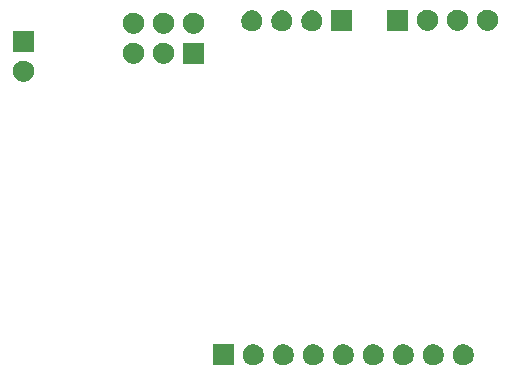
<source format=gbs>
G04 #@! TF.GenerationSoftware,KiCad,Pcbnew,(5.1.5)-3*
G04 #@! TF.CreationDate,2020-12-01T08:46:11+03:00*
G04 #@! TF.ProjectId,project3_4layer,70726f6a-6563-4743-935f-346c61796572,1*
G04 #@! TF.SameCoordinates,Original*
G04 #@! TF.FileFunction,Soldermask,Bot*
G04 #@! TF.FilePolarity,Negative*
%FSLAX46Y46*%
G04 Gerber Fmt 4.6, Leading zero omitted, Abs format (unit mm)*
G04 Created by KiCad (PCBNEW (5.1.5)-3) date 2020-12-01 08:46:11*
%MOMM*%
%LPD*%
G04 APERTURE LIST*
%ADD10C,0.100000*%
G04 APERTURE END LIST*
D10*
G36*
X134343512Y-151387927D02*
G01*
X134492812Y-151417624D01*
X134656784Y-151485544D01*
X134804354Y-151584147D01*
X134929853Y-151709646D01*
X135028456Y-151857216D01*
X135096376Y-152021188D01*
X135131000Y-152195259D01*
X135131000Y-152372741D01*
X135096376Y-152546812D01*
X135028456Y-152710784D01*
X134929853Y-152858354D01*
X134804354Y-152983853D01*
X134656784Y-153082456D01*
X134492812Y-153150376D01*
X134343512Y-153180073D01*
X134318742Y-153185000D01*
X134141258Y-153185000D01*
X134116488Y-153180073D01*
X133967188Y-153150376D01*
X133803216Y-153082456D01*
X133655646Y-152983853D01*
X133530147Y-152858354D01*
X133431544Y-152710784D01*
X133363624Y-152546812D01*
X133329000Y-152372741D01*
X133329000Y-152195259D01*
X133363624Y-152021188D01*
X133431544Y-151857216D01*
X133530147Y-151709646D01*
X133655646Y-151584147D01*
X133803216Y-151485544D01*
X133967188Y-151417624D01*
X134116488Y-151387927D01*
X134141258Y-151383000D01*
X134318742Y-151383000D01*
X134343512Y-151387927D01*
G37*
G36*
X129263512Y-151387927D02*
G01*
X129412812Y-151417624D01*
X129576784Y-151485544D01*
X129724354Y-151584147D01*
X129849853Y-151709646D01*
X129948456Y-151857216D01*
X130016376Y-152021188D01*
X130051000Y-152195259D01*
X130051000Y-152372741D01*
X130016376Y-152546812D01*
X129948456Y-152710784D01*
X129849853Y-152858354D01*
X129724354Y-152983853D01*
X129576784Y-153082456D01*
X129412812Y-153150376D01*
X129263512Y-153180073D01*
X129238742Y-153185000D01*
X129061258Y-153185000D01*
X129036488Y-153180073D01*
X128887188Y-153150376D01*
X128723216Y-153082456D01*
X128575646Y-152983853D01*
X128450147Y-152858354D01*
X128351544Y-152710784D01*
X128283624Y-152546812D01*
X128249000Y-152372741D01*
X128249000Y-152195259D01*
X128283624Y-152021188D01*
X128351544Y-151857216D01*
X128450147Y-151709646D01*
X128575646Y-151584147D01*
X128723216Y-151485544D01*
X128887188Y-151417624D01*
X129036488Y-151387927D01*
X129061258Y-151383000D01*
X129238742Y-151383000D01*
X129263512Y-151387927D01*
G37*
G36*
X126723512Y-151387927D02*
G01*
X126872812Y-151417624D01*
X127036784Y-151485544D01*
X127184354Y-151584147D01*
X127309853Y-151709646D01*
X127408456Y-151857216D01*
X127476376Y-152021188D01*
X127511000Y-152195259D01*
X127511000Y-152372741D01*
X127476376Y-152546812D01*
X127408456Y-152710784D01*
X127309853Y-152858354D01*
X127184354Y-152983853D01*
X127036784Y-153082456D01*
X126872812Y-153150376D01*
X126723512Y-153180073D01*
X126698742Y-153185000D01*
X126521258Y-153185000D01*
X126496488Y-153180073D01*
X126347188Y-153150376D01*
X126183216Y-153082456D01*
X126035646Y-152983853D01*
X125910147Y-152858354D01*
X125811544Y-152710784D01*
X125743624Y-152546812D01*
X125709000Y-152372741D01*
X125709000Y-152195259D01*
X125743624Y-152021188D01*
X125811544Y-151857216D01*
X125910147Y-151709646D01*
X126035646Y-151584147D01*
X126183216Y-151485544D01*
X126347188Y-151417624D01*
X126496488Y-151387927D01*
X126521258Y-151383000D01*
X126698742Y-151383000D01*
X126723512Y-151387927D01*
G37*
G36*
X124183512Y-151387927D02*
G01*
X124332812Y-151417624D01*
X124496784Y-151485544D01*
X124644354Y-151584147D01*
X124769853Y-151709646D01*
X124868456Y-151857216D01*
X124936376Y-152021188D01*
X124971000Y-152195259D01*
X124971000Y-152372741D01*
X124936376Y-152546812D01*
X124868456Y-152710784D01*
X124769853Y-152858354D01*
X124644354Y-152983853D01*
X124496784Y-153082456D01*
X124332812Y-153150376D01*
X124183512Y-153180073D01*
X124158742Y-153185000D01*
X123981258Y-153185000D01*
X123956488Y-153180073D01*
X123807188Y-153150376D01*
X123643216Y-153082456D01*
X123495646Y-152983853D01*
X123370147Y-152858354D01*
X123271544Y-152710784D01*
X123203624Y-152546812D01*
X123169000Y-152372741D01*
X123169000Y-152195259D01*
X123203624Y-152021188D01*
X123271544Y-151857216D01*
X123370147Y-151709646D01*
X123495646Y-151584147D01*
X123643216Y-151485544D01*
X123807188Y-151417624D01*
X123956488Y-151387927D01*
X123981258Y-151383000D01*
X124158742Y-151383000D01*
X124183512Y-151387927D01*
G37*
G36*
X121643512Y-151387927D02*
G01*
X121792812Y-151417624D01*
X121956784Y-151485544D01*
X122104354Y-151584147D01*
X122229853Y-151709646D01*
X122328456Y-151857216D01*
X122396376Y-152021188D01*
X122431000Y-152195259D01*
X122431000Y-152372741D01*
X122396376Y-152546812D01*
X122328456Y-152710784D01*
X122229853Y-152858354D01*
X122104354Y-152983853D01*
X121956784Y-153082456D01*
X121792812Y-153150376D01*
X121643512Y-153180073D01*
X121618742Y-153185000D01*
X121441258Y-153185000D01*
X121416488Y-153180073D01*
X121267188Y-153150376D01*
X121103216Y-153082456D01*
X120955646Y-152983853D01*
X120830147Y-152858354D01*
X120731544Y-152710784D01*
X120663624Y-152546812D01*
X120629000Y-152372741D01*
X120629000Y-152195259D01*
X120663624Y-152021188D01*
X120731544Y-151857216D01*
X120830147Y-151709646D01*
X120955646Y-151584147D01*
X121103216Y-151485544D01*
X121267188Y-151417624D01*
X121416488Y-151387927D01*
X121441258Y-151383000D01*
X121618742Y-151383000D01*
X121643512Y-151387927D01*
G37*
G36*
X119103512Y-151387927D02*
G01*
X119252812Y-151417624D01*
X119416784Y-151485544D01*
X119564354Y-151584147D01*
X119689853Y-151709646D01*
X119788456Y-151857216D01*
X119856376Y-152021188D01*
X119891000Y-152195259D01*
X119891000Y-152372741D01*
X119856376Y-152546812D01*
X119788456Y-152710784D01*
X119689853Y-152858354D01*
X119564354Y-152983853D01*
X119416784Y-153082456D01*
X119252812Y-153150376D01*
X119103512Y-153180073D01*
X119078742Y-153185000D01*
X118901258Y-153185000D01*
X118876488Y-153180073D01*
X118727188Y-153150376D01*
X118563216Y-153082456D01*
X118415646Y-152983853D01*
X118290147Y-152858354D01*
X118191544Y-152710784D01*
X118123624Y-152546812D01*
X118089000Y-152372741D01*
X118089000Y-152195259D01*
X118123624Y-152021188D01*
X118191544Y-151857216D01*
X118290147Y-151709646D01*
X118415646Y-151584147D01*
X118563216Y-151485544D01*
X118727188Y-151417624D01*
X118876488Y-151387927D01*
X118901258Y-151383000D01*
X119078742Y-151383000D01*
X119103512Y-151387927D01*
G37*
G36*
X116563512Y-151387927D02*
G01*
X116712812Y-151417624D01*
X116876784Y-151485544D01*
X117024354Y-151584147D01*
X117149853Y-151709646D01*
X117248456Y-151857216D01*
X117316376Y-152021188D01*
X117351000Y-152195259D01*
X117351000Y-152372741D01*
X117316376Y-152546812D01*
X117248456Y-152710784D01*
X117149853Y-152858354D01*
X117024354Y-152983853D01*
X116876784Y-153082456D01*
X116712812Y-153150376D01*
X116563512Y-153180073D01*
X116538742Y-153185000D01*
X116361258Y-153185000D01*
X116336488Y-153180073D01*
X116187188Y-153150376D01*
X116023216Y-153082456D01*
X115875646Y-152983853D01*
X115750147Y-152858354D01*
X115651544Y-152710784D01*
X115583624Y-152546812D01*
X115549000Y-152372741D01*
X115549000Y-152195259D01*
X115583624Y-152021188D01*
X115651544Y-151857216D01*
X115750147Y-151709646D01*
X115875646Y-151584147D01*
X116023216Y-151485544D01*
X116187188Y-151417624D01*
X116336488Y-151387927D01*
X116361258Y-151383000D01*
X116538742Y-151383000D01*
X116563512Y-151387927D01*
G37*
G36*
X114811000Y-153185000D02*
G01*
X113009000Y-153185000D01*
X113009000Y-151383000D01*
X114811000Y-151383000D01*
X114811000Y-153185000D01*
G37*
G36*
X131803512Y-151387927D02*
G01*
X131952812Y-151417624D01*
X132116784Y-151485544D01*
X132264354Y-151584147D01*
X132389853Y-151709646D01*
X132488456Y-151857216D01*
X132556376Y-152021188D01*
X132591000Y-152195259D01*
X132591000Y-152372741D01*
X132556376Y-152546812D01*
X132488456Y-152710784D01*
X132389853Y-152858354D01*
X132264354Y-152983853D01*
X132116784Y-153082456D01*
X131952812Y-153150376D01*
X131803512Y-153180073D01*
X131778742Y-153185000D01*
X131601258Y-153185000D01*
X131576488Y-153180073D01*
X131427188Y-153150376D01*
X131263216Y-153082456D01*
X131115646Y-152983853D01*
X130990147Y-152858354D01*
X130891544Y-152710784D01*
X130823624Y-152546812D01*
X130789000Y-152372741D01*
X130789000Y-152195259D01*
X130823624Y-152021188D01*
X130891544Y-151857216D01*
X130990147Y-151709646D01*
X131115646Y-151584147D01*
X131263216Y-151485544D01*
X131427188Y-151417624D01*
X131576488Y-151387927D01*
X131601258Y-151383000D01*
X131778742Y-151383000D01*
X131803512Y-151387927D01*
G37*
G36*
X97103512Y-127373927D02*
G01*
X97252812Y-127403624D01*
X97416784Y-127471544D01*
X97564354Y-127570147D01*
X97689853Y-127695646D01*
X97788456Y-127843216D01*
X97856376Y-128007188D01*
X97891000Y-128181259D01*
X97891000Y-128358741D01*
X97856376Y-128532812D01*
X97788456Y-128696784D01*
X97689853Y-128844354D01*
X97564354Y-128969853D01*
X97416784Y-129068456D01*
X97252812Y-129136376D01*
X97103512Y-129166073D01*
X97078742Y-129171000D01*
X96901258Y-129171000D01*
X96876488Y-129166073D01*
X96727188Y-129136376D01*
X96563216Y-129068456D01*
X96415646Y-128969853D01*
X96290147Y-128844354D01*
X96191544Y-128696784D01*
X96123624Y-128532812D01*
X96089000Y-128358741D01*
X96089000Y-128181259D01*
X96123624Y-128007188D01*
X96191544Y-127843216D01*
X96290147Y-127695646D01*
X96415646Y-127570147D01*
X96563216Y-127471544D01*
X96727188Y-127403624D01*
X96876488Y-127373927D01*
X96901258Y-127369000D01*
X97078742Y-127369000D01*
X97103512Y-127373927D01*
G37*
G36*
X112280000Y-127647000D02*
G01*
X110478000Y-127647000D01*
X110478000Y-125845000D01*
X112280000Y-125845000D01*
X112280000Y-127647000D01*
G37*
G36*
X106412512Y-125849927D02*
G01*
X106561812Y-125879624D01*
X106725784Y-125947544D01*
X106873354Y-126046147D01*
X106998853Y-126171646D01*
X107097456Y-126319216D01*
X107165376Y-126483188D01*
X107200000Y-126657259D01*
X107200000Y-126834741D01*
X107165376Y-127008812D01*
X107097456Y-127172784D01*
X106998853Y-127320354D01*
X106873354Y-127445853D01*
X106725784Y-127544456D01*
X106561812Y-127612376D01*
X106412512Y-127642073D01*
X106387742Y-127647000D01*
X106210258Y-127647000D01*
X106185488Y-127642073D01*
X106036188Y-127612376D01*
X105872216Y-127544456D01*
X105724646Y-127445853D01*
X105599147Y-127320354D01*
X105500544Y-127172784D01*
X105432624Y-127008812D01*
X105398000Y-126834741D01*
X105398000Y-126657259D01*
X105432624Y-126483188D01*
X105500544Y-126319216D01*
X105599147Y-126171646D01*
X105724646Y-126046147D01*
X105872216Y-125947544D01*
X106036188Y-125879624D01*
X106185488Y-125849927D01*
X106210258Y-125845000D01*
X106387742Y-125845000D01*
X106412512Y-125849927D01*
G37*
G36*
X108952512Y-125849927D02*
G01*
X109101812Y-125879624D01*
X109265784Y-125947544D01*
X109413354Y-126046147D01*
X109538853Y-126171646D01*
X109637456Y-126319216D01*
X109705376Y-126483188D01*
X109740000Y-126657259D01*
X109740000Y-126834741D01*
X109705376Y-127008812D01*
X109637456Y-127172784D01*
X109538853Y-127320354D01*
X109413354Y-127445853D01*
X109265784Y-127544456D01*
X109101812Y-127612376D01*
X108952512Y-127642073D01*
X108927742Y-127647000D01*
X108750258Y-127647000D01*
X108725488Y-127642073D01*
X108576188Y-127612376D01*
X108412216Y-127544456D01*
X108264646Y-127445853D01*
X108139147Y-127320354D01*
X108040544Y-127172784D01*
X107972624Y-127008812D01*
X107938000Y-126834741D01*
X107938000Y-126657259D01*
X107972624Y-126483188D01*
X108040544Y-126319216D01*
X108139147Y-126171646D01*
X108264646Y-126046147D01*
X108412216Y-125947544D01*
X108576188Y-125879624D01*
X108725488Y-125849927D01*
X108750258Y-125845000D01*
X108927742Y-125845000D01*
X108952512Y-125849927D01*
G37*
G36*
X97891000Y-126631000D02*
G01*
X96089000Y-126631000D01*
X96089000Y-124829000D01*
X97891000Y-124829000D01*
X97891000Y-126631000D01*
G37*
G36*
X106412512Y-123309927D02*
G01*
X106561812Y-123339624D01*
X106725784Y-123407544D01*
X106873354Y-123506147D01*
X106998853Y-123631646D01*
X107097456Y-123779216D01*
X107165376Y-123943188D01*
X107200000Y-124117259D01*
X107200000Y-124294741D01*
X107165376Y-124468812D01*
X107097456Y-124632784D01*
X106998853Y-124780354D01*
X106873354Y-124905853D01*
X106725784Y-125004456D01*
X106561812Y-125072376D01*
X106412512Y-125102073D01*
X106387742Y-125107000D01*
X106210258Y-125107000D01*
X106185488Y-125102073D01*
X106036188Y-125072376D01*
X105872216Y-125004456D01*
X105724646Y-124905853D01*
X105599147Y-124780354D01*
X105500544Y-124632784D01*
X105432624Y-124468812D01*
X105398000Y-124294741D01*
X105398000Y-124117259D01*
X105432624Y-123943188D01*
X105500544Y-123779216D01*
X105599147Y-123631646D01*
X105724646Y-123506147D01*
X105872216Y-123407544D01*
X106036188Y-123339624D01*
X106185488Y-123309927D01*
X106210258Y-123305000D01*
X106387742Y-123305000D01*
X106412512Y-123309927D01*
G37*
G36*
X111492512Y-123309927D02*
G01*
X111641812Y-123339624D01*
X111805784Y-123407544D01*
X111953354Y-123506147D01*
X112078853Y-123631646D01*
X112177456Y-123779216D01*
X112245376Y-123943188D01*
X112280000Y-124117259D01*
X112280000Y-124294741D01*
X112245376Y-124468812D01*
X112177456Y-124632784D01*
X112078853Y-124780354D01*
X111953354Y-124905853D01*
X111805784Y-125004456D01*
X111641812Y-125072376D01*
X111492512Y-125102073D01*
X111467742Y-125107000D01*
X111290258Y-125107000D01*
X111265488Y-125102073D01*
X111116188Y-125072376D01*
X110952216Y-125004456D01*
X110804646Y-124905853D01*
X110679147Y-124780354D01*
X110580544Y-124632784D01*
X110512624Y-124468812D01*
X110478000Y-124294741D01*
X110478000Y-124117259D01*
X110512624Y-123943188D01*
X110580544Y-123779216D01*
X110679147Y-123631646D01*
X110804646Y-123506147D01*
X110952216Y-123407544D01*
X111116188Y-123339624D01*
X111265488Y-123309927D01*
X111290258Y-123305000D01*
X111467742Y-123305000D01*
X111492512Y-123309927D01*
G37*
G36*
X108952512Y-123309927D02*
G01*
X109101812Y-123339624D01*
X109265784Y-123407544D01*
X109413354Y-123506147D01*
X109538853Y-123631646D01*
X109637456Y-123779216D01*
X109705376Y-123943188D01*
X109740000Y-124117259D01*
X109740000Y-124294741D01*
X109705376Y-124468812D01*
X109637456Y-124632784D01*
X109538853Y-124780354D01*
X109413354Y-124905853D01*
X109265784Y-125004456D01*
X109101812Y-125072376D01*
X108952512Y-125102073D01*
X108927742Y-125107000D01*
X108750258Y-125107000D01*
X108725488Y-125102073D01*
X108576188Y-125072376D01*
X108412216Y-125004456D01*
X108264646Y-124905853D01*
X108139147Y-124780354D01*
X108040544Y-124632784D01*
X107972624Y-124468812D01*
X107938000Y-124294741D01*
X107938000Y-124117259D01*
X107972624Y-123943188D01*
X108040544Y-123779216D01*
X108139147Y-123631646D01*
X108264646Y-123506147D01*
X108412216Y-123407544D01*
X108576188Y-123339624D01*
X108725488Y-123309927D01*
X108750258Y-123305000D01*
X108927742Y-123305000D01*
X108952512Y-123309927D01*
G37*
G36*
X121525512Y-123105927D02*
G01*
X121674812Y-123135624D01*
X121838784Y-123203544D01*
X121986354Y-123302147D01*
X122111853Y-123427646D01*
X122210456Y-123575216D01*
X122278376Y-123739188D01*
X122313000Y-123913259D01*
X122313000Y-124090741D01*
X122278376Y-124264812D01*
X122210456Y-124428784D01*
X122111853Y-124576354D01*
X121986354Y-124701853D01*
X121838784Y-124800456D01*
X121674812Y-124868376D01*
X121525512Y-124898073D01*
X121500742Y-124903000D01*
X121323258Y-124903000D01*
X121298488Y-124898073D01*
X121149188Y-124868376D01*
X120985216Y-124800456D01*
X120837646Y-124701853D01*
X120712147Y-124576354D01*
X120613544Y-124428784D01*
X120545624Y-124264812D01*
X120511000Y-124090741D01*
X120511000Y-123913259D01*
X120545624Y-123739188D01*
X120613544Y-123575216D01*
X120712147Y-123427646D01*
X120837646Y-123302147D01*
X120985216Y-123203544D01*
X121149188Y-123135624D01*
X121298488Y-123105927D01*
X121323258Y-123101000D01*
X121500742Y-123101000D01*
X121525512Y-123105927D01*
G37*
G36*
X116445512Y-123105927D02*
G01*
X116594812Y-123135624D01*
X116758784Y-123203544D01*
X116906354Y-123302147D01*
X117031853Y-123427646D01*
X117130456Y-123575216D01*
X117198376Y-123739188D01*
X117233000Y-123913259D01*
X117233000Y-124090741D01*
X117198376Y-124264812D01*
X117130456Y-124428784D01*
X117031853Y-124576354D01*
X116906354Y-124701853D01*
X116758784Y-124800456D01*
X116594812Y-124868376D01*
X116445512Y-124898073D01*
X116420742Y-124903000D01*
X116243258Y-124903000D01*
X116218488Y-124898073D01*
X116069188Y-124868376D01*
X115905216Y-124800456D01*
X115757646Y-124701853D01*
X115632147Y-124576354D01*
X115533544Y-124428784D01*
X115465624Y-124264812D01*
X115431000Y-124090741D01*
X115431000Y-123913259D01*
X115465624Y-123739188D01*
X115533544Y-123575216D01*
X115632147Y-123427646D01*
X115757646Y-123302147D01*
X115905216Y-123203544D01*
X116069188Y-123135624D01*
X116218488Y-123105927D01*
X116243258Y-123101000D01*
X116420742Y-123101000D01*
X116445512Y-123105927D01*
G37*
G36*
X124853000Y-124903000D02*
G01*
X123051000Y-124903000D01*
X123051000Y-123101000D01*
X124853000Y-123101000D01*
X124853000Y-124903000D01*
G37*
G36*
X118985512Y-123105927D02*
G01*
X119134812Y-123135624D01*
X119298784Y-123203544D01*
X119446354Y-123302147D01*
X119571853Y-123427646D01*
X119670456Y-123575216D01*
X119738376Y-123739188D01*
X119773000Y-123913259D01*
X119773000Y-124090741D01*
X119738376Y-124264812D01*
X119670456Y-124428784D01*
X119571853Y-124576354D01*
X119446354Y-124701853D01*
X119298784Y-124800456D01*
X119134812Y-124868376D01*
X118985512Y-124898073D01*
X118960742Y-124903000D01*
X118783258Y-124903000D01*
X118758488Y-124898073D01*
X118609188Y-124868376D01*
X118445216Y-124800456D01*
X118297646Y-124701853D01*
X118172147Y-124576354D01*
X118073544Y-124428784D01*
X118005624Y-124264812D01*
X117971000Y-124090741D01*
X117971000Y-123913259D01*
X118005624Y-123739188D01*
X118073544Y-123575216D01*
X118172147Y-123427646D01*
X118297646Y-123302147D01*
X118445216Y-123203544D01*
X118609188Y-123135624D01*
X118758488Y-123105927D01*
X118783258Y-123101000D01*
X118960742Y-123101000D01*
X118985512Y-123105927D01*
G37*
G36*
X133844512Y-123055927D02*
G01*
X133993812Y-123085624D01*
X134157784Y-123153544D01*
X134305354Y-123252147D01*
X134430853Y-123377646D01*
X134529456Y-123525216D01*
X134597376Y-123689188D01*
X134632000Y-123863259D01*
X134632000Y-124040741D01*
X134597376Y-124214812D01*
X134529456Y-124378784D01*
X134430853Y-124526354D01*
X134305354Y-124651853D01*
X134157784Y-124750456D01*
X133993812Y-124818376D01*
X133844512Y-124848073D01*
X133819742Y-124853000D01*
X133642258Y-124853000D01*
X133617488Y-124848073D01*
X133468188Y-124818376D01*
X133304216Y-124750456D01*
X133156646Y-124651853D01*
X133031147Y-124526354D01*
X132932544Y-124378784D01*
X132864624Y-124214812D01*
X132830000Y-124040741D01*
X132830000Y-123863259D01*
X132864624Y-123689188D01*
X132932544Y-123525216D01*
X133031147Y-123377646D01*
X133156646Y-123252147D01*
X133304216Y-123153544D01*
X133468188Y-123085624D01*
X133617488Y-123055927D01*
X133642258Y-123051000D01*
X133819742Y-123051000D01*
X133844512Y-123055927D01*
G37*
G36*
X136384512Y-123055927D02*
G01*
X136533812Y-123085624D01*
X136697784Y-123153544D01*
X136845354Y-123252147D01*
X136970853Y-123377646D01*
X137069456Y-123525216D01*
X137137376Y-123689188D01*
X137172000Y-123863259D01*
X137172000Y-124040741D01*
X137137376Y-124214812D01*
X137069456Y-124378784D01*
X136970853Y-124526354D01*
X136845354Y-124651853D01*
X136697784Y-124750456D01*
X136533812Y-124818376D01*
X136384512Y-124848073D01*
X136359742Y-124853000D01*
X136182258Y-124853000D01*
X136157488Y-124848073D01*
X136008188Y-124818376D01*
X135844216Y-124750456D01*
X135696646Y-124651853D01*
X135571147Y-124526354D01*
X135472544Y-124378784D01*
X135404624Y-124214812D01*
X135370000Y-124040741D01*
X135370000Y-123863259D01*
X135404624Y-123689188D01*
X135472544Y-123525216D01*
X135571147Y-123377646D01*
X135696646Y-123252147D01*
X135844216Y-123153544D01*
X136008188Y-123085624D01*
X136157488Y-123055927D01*
X136182258Y-123051000D01*
X136359742Y-123051000D01*
X136384512Y-123055927D01*
G37*
G36*
X131304512Y-123055927D02*
G01*
X131453812Y-123085624D01*
X131617784Y-123153544D01*
X131765354Y-123252147D01*
X131890853Y-123377646D01*
X131989456Y-123525216D01*
X132057376Y-123689188D01*
X132092000Y-123863259D01*
X132092000Y-124040741D01*
X132057376Y-124214812D01*
X131989456Y-124378784D01*
X131890853Y-124526354D01*
X131765354Y-124651853D01*
X131617784Y-124750456D01*
X131453812Y-124818376D01*
X131304512Y-124848073D01*
X131279742Y-124853000D01*
X131102258Y-124853000D01*
X131077488Y-124848073D01*
X130928188Y-124818376D01*
X130764216Y-124750456D01*
X130616646Y-124651853D01*
X130491147Y-124526354D01*
X130392544Y-124378784D01*
X130324624Y-124214812D01*
X130290000Y-124040741D01*
X130290000Y-123863259D01*
X130324624Y-123689188D01*
X130392544Y-123525216D01*
X130491147Y-123377646D01*
X130616646Y-123252147D01*
X130764216Y-123153544D01*
X130928188Y-123085624D01*
X131077488Y-123055927D01*
X131102258Y-123051000D01*
X131279742Y-123051000D01*
X131304512Y-123055927D01*
G37*
G36*
X129552000Y-124853000D02*
G01*
X127750000Y-124853000D01*
X127750000Y-123051000D01*
X129552000Y-123051000D01*
X129552000Y-124853000D01*
G37*
M02*

</source>
